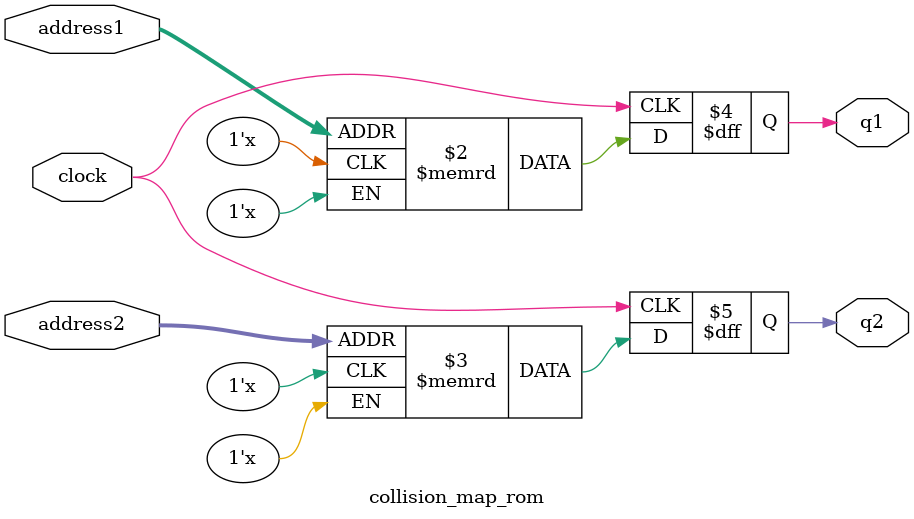
<source format=sv>
module collision_map_rom (
	input logic clock,
	input logic [8:0] address1,address2,
	output logic q1, q2
);

(* ram_init_file = "./collision_map/collision_map.mif" *) logic memory [0:299];

always_ff @ (posedge clock) begin
	q1 <= memory[address1];
	q2 <= memory[address2];
end

endmodule

</source>
